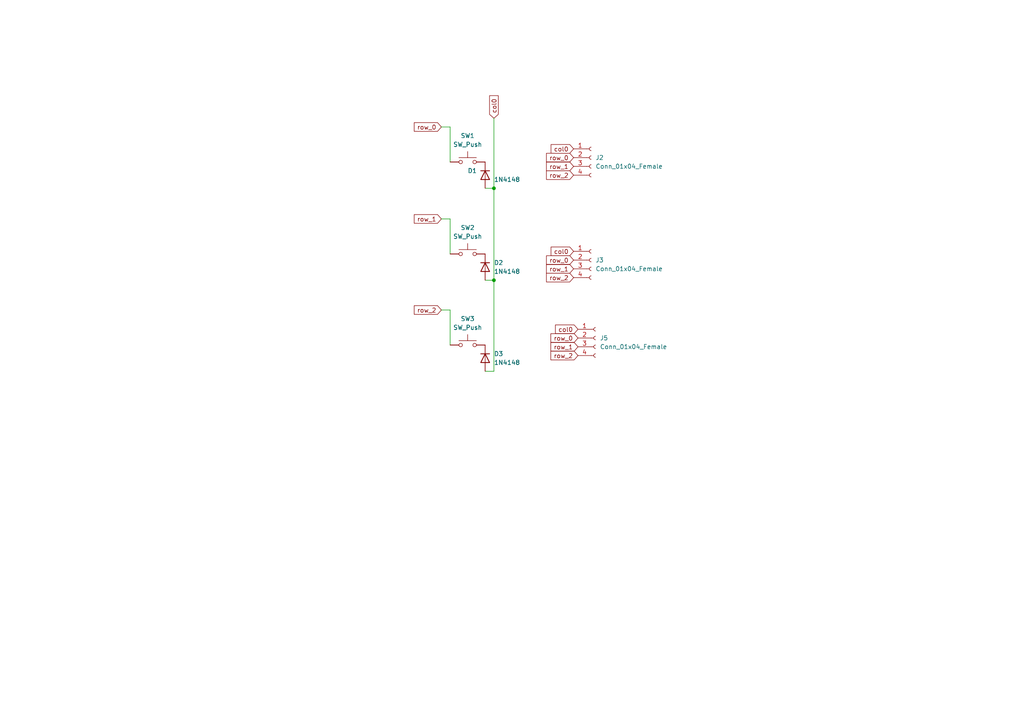
<source format=kicad_sch>
(kicad_sch (version 20211123) (generator eeschema)
  (paper "A4")
  (lib_symbols
    (symbol "Connector:Conn_01x04_Female" (pin_names (offset 1.016) hide)
      (property "Reference" "J" (at 0 5.08 0))
      (property "Value" "Conn_01x04_Female" (at 0 -7.62 0))
      (symbol "Conn_01x04_Female_1_1"
        (arc (start 0 -4.572) (mid -0.508 -5.08) (end 0 -5.588) (stroke (width 0.1524)))
        (arc (start 0 -2.032) (mid -0.508 -2.54) (end 0 -3.048) (stroke (width 0.1524)))
        (polyline (pts (xy -1.27 -5.08) (xy -0.508 -5.08)) (stroke (width 0.1524)))
        (polyline (pts (xy -1.27 -2.54) (xy -0.508 -2.54)) (stroke (width 0.1524)))
        (polyline (pts (xy -1.27 0) (xy -0.508 0)) (stroke (width 0.1524)))
        (polyline (pts (xy -1.27 2.54) (xy -0.508 2.54)) (stroke (width 0.1524)))
        (arc (start 0 0.508) (mid -0.508 0) (end 0 -0.508) (stroke (width 0.1524)))
        (arc (start 0 3.048) (mid -0.508 2.54) (end 0 2.032) (stroke (width 0.1524)))
        (pin passive line (at -5.08 2.54 0) (length 3.81) (name "Pin_1") (number "1"))
        (pin passive line (at -5.08 0 0) (length 3.81) (name "Pin_2") (number "2"))
        (pin passive line (at -5.08 -2.54 0) (length 3.81) (name "Pin_3") (number "3"))
        (pin passive line (at -5.08 -5.08 0) (length 3.81) (name "Pin_4") (number "4"))
      )
    )
    (symbol "Switch:SW_Push" (pin_numbers hide) (pin_names (offset 1.016) hide)
      (property "Reference" "SW" (at 1.27 2.54 0))
      (property "Value" "SW_Push" (at 0 -1.524 0))
      (symbol "SW_Push_0_1"
        (circle (center -2.032 0) (radius 0.508))
        (polyline (pts (xy 0 1.27) (xy 0 3.048)))
        (polyline (pts (xy 2.54 1.27) (xy -2.54 1.27)))
        (circle (center 2.032 0) (radius 0.508))
        (pin passive line (at -5.08 0 0) (length 2.54) (name "1") (number "1"))
        (pin passive line (at 5.08 0 180) (length 2.54) (name "2") (number "2"))
      )
    )
    (symbol "alaa:Diode_1N4148" (pin_numbers hide) (pin_names (offset 1.016) hide)
      (property "Reference" "D4" (at 2.54 1.2701 90))
      (property "Value" "Diode_1N4148" (at 2.54 -1.2699 90))
      (symbol "Diode_1N4148_0_1"
        (polyline (pts (xy -1.27 1.27) (xy -1.27 -1.27)) (stroke (width 0.254)))
        (polyline (pts (xy 1.27 0) (xy -1.27 0)))
        (polyline (pts (xy 1.27 1.27) (xy 1.27 -1.27) (xy -1.27 0) (xy 1.27 1.27)) (stroke (width 0.254)))
      )
      (symbol "Diode_1N4148_1_1"
        (pin passive line (at -3.81 0 0) (length 2.54) (name "K") (number "1"))
        (pin passive line (at 3.81 0 180) (length 2.54) (name "A") (number "2"))
      )
    )
  )
  (junction (at 143.256 54.61))
  (junction (at 143.256 81.28))
  (wire (pts (xy 143.256 81.28) (xy 143.256 107.696)))
  (wire (pts (xy 130.556 36.83) (xy 130.556 46.99)))
  (wire (pts (xy 140.716 107.696) (xy 143.256 107.696)))
  (wire (pts (xy 128.016 63.5) (xy 130.556 63.5)))
  (wire (pts (xy 143.256 54.61) (xy 140.716 54.61)))
  (wire (pts (xy 130.556 89.916) (xy 130.556 100.076)))
  (wire (pts (xy 143.256 81.28) (xy 143.256 54.61)))
  (wire (pts (xy 128.016 36.83) (xy 130.556 36.83)))
  (wire (pts (xy 143.256 34.29) (xy 143.256 54.61)))
  (wire (pts (xy 128.016 89.916) (xy 130.556 89.916)))
  (wire (pts (xy 130.556 73.66) (xy 130.556 63.5)))
  (wire (pts (xy 143.256 81.28) (xy 140.716 81.28)))
  (global_label "row_0" (shape input) (at 166.37 45.72 180) (property "Intersheet References" "${INTERSHEET_REFS}" (effects hide)))
  (global_label "row_1" (shape input) (at 167.64 100.584 180) (property "Intersheet References" "${INTERSHEET_REFS}" (effects hide)))
  (global_label "row_2" (shape input) (at 167.64 103.124 180) (property "Intersheet References" "${INTERSHEET_REFS}" (effects hide)))
  (global_label "row_1" (shape input) (at 166.37 48.26 180) (property "Intersheet References" "${INTERSHEET_REFS}" (effects hide)))
  (global_label "col0" (shape input) (at 167.64 95.504 180) (property "Intersheet References" "${INTERSHEET_REFS}" (effects hide)))
  (global_label "row_1" (shape input) (at 166.37 77.978 180) (property "Intersheet References" "${INTERSHEET_REFS}" (effects hide)))
  (global_label "row_1" (shape input) (at 128.016 63.5 180) (property "Intersheet References" "${INTERSHEET_REFS}" (effects hide)))
  (global_label "col0" (shape input) (at 143.256 34.29 90) (property "Intersheet References" "${INTERSHEET_REFS}" (effects hide)))
  (global_label "col0" (shape input) (at 166.37 72.898 180) (property "Intersheet References" "${INTERSHEET_REFS}" (effects hide)))
  (global_label "row_0" (shape input) (at 166.37 75.438 180) (property "Intersheet References" "${INTERSHEET_REFS}" (effects hide)))
  (global_label "row_2" (shape input) (at 128.016 89.916 180) (property "Intersheet References" "${INTERSHEET_REFS}" (effects hide)))
  (global_label "row_0" (shape input) (at 167.64 98.044 180) (property "Intersheet References" "${INTERSHEET_REFS}" (effects hide)))
  (global_label "row_2" (shape input) (at 166.37 80.518 180) (property "Intersheet References" "${INTERSHEET_REFS}" (effects hide)))
  (global_label "col0" (shape input) (at 166.37 43.18 180) (property "Intersheet References" "${INTERSHEET_REFS}" (effects hide)))
  (global_label "row_2" (shape input) (at 166.37 50.8 180) (property "Intersheet References" "${INTERSHEET_REFS}" (effects hide)))
  (global_label "row_0" (shape input) (at 128.016 36.83 180) (property "Intersheet References" "${INTERSHEET_REFS}" (effects hide)))
  (symbol (lib_id "Switch:SW_Push") (at 135.636 46.99 0) (unit 1)
    (property "Reference" "SW1" (at 135.636 39.37 0))
    (property "Value" "SW_Push" (at 135.636 41.91 0))
    (property "Footprint" "Alaa:Kailh_hotswap_only_MX-CHOC" (effects hide))
  )
  (symbol (lib_id "Switch:SW_Push") (at 135.636 73.66 0) (unit 1)
    (property "Reference" "SW2" (at 135.636 66.04 0))
    (property "Value" "SW_Push" (at 135.636 68.58 0))
    (property "Footprint" "Alaa:Kailh_hotswap_only_MX-CHOC" (effects hide))
  )
  (symbol (lib_id "alaa:Diode_1N4148") (at 140.716 50.8 270) (unit 1)
    (property "Reference" "D1" (at 135.636 49.53 90) (effects (justify left)))
    (property "Value" "1N4148" (at 143.256 52.0699 90) (effects (justify left)))
    (property "Footprint" "Alaa:D_DO-35_SOD27_P7.62mm_Horizontal_Reversible" (effects hide))
    (property "Datasheet" "https://assets.nexperia.com/documents/data-sheet/1N4148_1N4448.pdf" (effects hide))
    (property "LCSC" "C8598" (effects hide))
  )
  (symbol (lib_id "alaa:Diode_1N4148") (at 140.716 103.886 270) (unit 1)
    (property "Reference" "D3" (at 143.256 102.6159 90) (effects (justify left)))
    (property "Value" "1N4148" (at 143.256 105.1559 90) (effects (justify left)))
    (property "Footprint" "Alaa:D_DO-35_SOD27_P7.62mm_Horizontal_Reversible" (effects hide))
    (property "Datasheet" "https://assets.nexperia.com/documents/data-sheet/1N4148_1N4448.pdf" (effects hide))
    (property "LCSC" "C8598" (effects hide))
  )
  (symbol (lib_id "Connector:Conn_01x04_Female") (at 171.45 45.72 0) (unit 1)
    (property "Reference" "J2" (at 172.72 45.7199 0) (effects (justify left)))
    (property "Value" "Conn_01x04_Female" (at 172.72 48.2599 0) (effects (justify left)))
    (property "Footprint" "Alaa:4x2THT" (effects hide))
  )
  (symbol (lib_id "alaa:Diode_1N4148") (at 140.716 77.47 270) (unit 1)
    (property "Reference" "D2" (at 143.256 76.1999 90) (effects (justify left)))
    (property "Value" "1N4148" (at 143.256 78.7399 90) (effects (justify left)))
    (property "Footprint" "Alaa:D_DO-35_SOD27_P7.62mm_Horizontal_Reversible" (effects hide))
    (property "Datasheet" "https://assets.nexperia.com/documents/data-sheet/1N4148_1N4448.pdf" (effects hide))
    (property "LCSC" "C8598" (effects hide))
  )
  (symbol (lib_id "Connector:Conn_01x04_Female") (at 172.72 98.044 0) (unit 1)
    (property "Reference" "J5" (at 173.99 98.0439 0) (effects (justify left)))
    (property "Value" "Conn_01x04_Female" (at 173.99 100.5839 0) (effects (justify left)))
    (property "Footprint" "Alaa:4x2THT" (effects hide))
  )
  (symbol (lib_id "Switch:SW_Push") (at 135.636 100.076 0) (unit 1)
    (property "Reference" "SW3" (at 135.636 92.456 0))
    (property "Value" "SW_Push" (at 135.636 94.996 0))
    (property "Footprint" "Alaa:Kailh_hotswap_only_MX-CHOC" (effects hide))
  )
  (symbol (lib_id "Connector:Conn_01x04_Female") (at 171.45 75.438 0) (unit 1)
    (property "Reference" "J3" (at 172.72 75.4379 0) (effects (justify left)))
    (property "Value" "Conn_01x04_Female" (at 172.72 77.9779 0) (effects (justify left)))
    (property "Footprint" "Alaa:4x2THT" (effects hide))
  )
)
</source>
